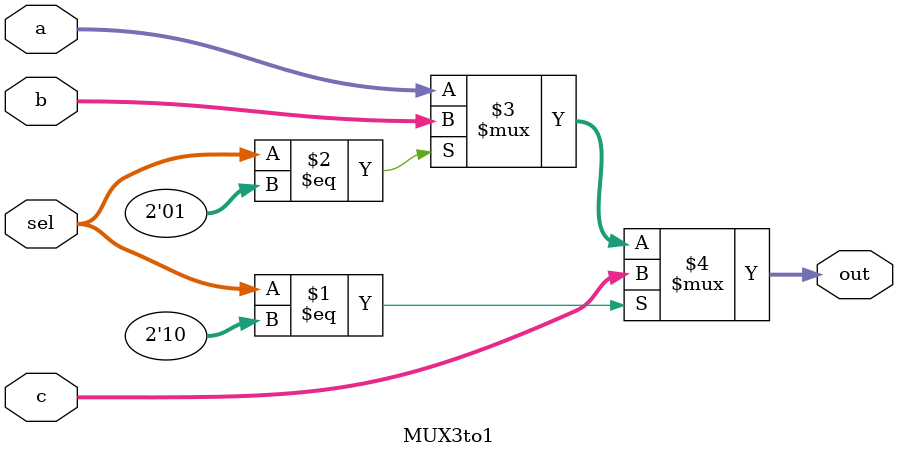
<source format=v>
module MUX3to1 (
    input [31:0] a,
    input [31:0] b,
    input [31:0] c,
    input [1:0] sel,
    output [31:0] out
);

    assign out = sel == 2'b10 ? c :
                 sel == 2'b01 ? b : a;
    
endmodule
</source>
